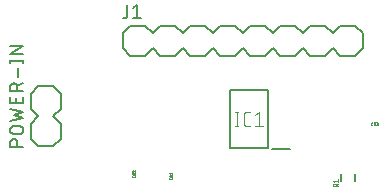
<source format=gto>
G04 EAGLE Gerber RS-274X export*
G75*
%MOMM*%
%FSLAX34Y34*%
%LPD*%
%AMOC8*
5,1,8,0,0,1.08239X$1,22.5*%
G01*
%ADD10C,0.025400*%
%ADD11C,0.101600*%
%ADD12C,0.200000*%
%ADD13C,0.203200*%
%ADD14C,0.127000*%
%ADD15C,0.152400*%


D10*
X178413Y804123D02*
X178413Y803615D01*
X178411Y803571D01*
X178405Y803527D01*
X178396Y803484D01*
X178382Y803441D01*
X178365Y803400D01*
X178345Y803361D01*
X178321Y803324D01*
X178294Y803288D01*
X178264Y803256D01*
X178232Y803226D01*
X178196Y803199D01*
X178159Y803175D01*
X178120Y803155D01*
X178079Y803138D01*
X178036Y803124D01*
X177993Y803115D01*
X177949Y803109D01*
X177905Y803107D01*
X176635Y803107D01*
X176591Y803109D01*
X176547Y803115D01*
X176504Y803124D01*
X176461Y803138D01*
X176420Y803155D01*
X176381Y803175D01*
X176344Y803199D01*
X176308Y803226D01*
X176276Y803256D01*
X176246Y803288D01*
X176219Y803324D01*
X176195Y803361D01*
X176175Y803400D01*
X176158Y803441D01*
X176144Y803484D01*
X176135Y803527D01*
X176129Y803571D01*
X176127Y803615D01*
X176127Y804123D01*
X177778Y805019D02*
X177729Y805021D01*
X177681Y805026D01*
X177633Y805036D01*
X177586Y805049D01*
X177541Y805065D01*
X177496Y805085D01*
X177454Y805108D01*
X177413Y805135D01*
X177374Y805164D01*
X177338Y805196D01*
X177304Y805232D01*
X177273Y805269D01*
X177245Y805309D01*
X177220Y805351D01*
X177199Y805394D01*
X177180Y805439D01*
X177166Y805486D01*
X177155Y805533D01*
X177147Y805581D01*
X177143Y805630D01*
X177143Y805678D01*
X177147Y805727D01*
X177155Y805775D01*
X177166Y805822D01*
X177180Y805869D01*
X177199Y805914D01*
X177220Y805957D01*
X177245Y805999D01*
X177273Y806039D01*
X177304Y806076D01*
X177338Y806112D01*
X177374Y806144D01*
X177413Y806173D01*
X177454Y806200D01*
X177496Y806223D01*
X177541Y806243D01*
X177586Y806259D01*
X177633Y806272D01*
X177681Y806282D01*
X177729Y806287D01*
X177778Y806289D01*
X177827Y806287D01*
X177875Y806282D01*
X177923Y806272D01*
X177970Y806259D01*
X178015Y806243D01*
X178060Y806223D01*
X178102Y806200D01*
X178143Y806173D01*
X178182Y806144D01*
X178218Y806112D01*
X178252Y806076D01*
X178283Y806039D01*
X178311Y805999D01*
X178336Y805957D01*
X178357Y805914D01*
X178376Y805869D01*
X178390Y805822D01*
X178401Y805775D01*
X178409Y805727D01*
X178413Y805678D01*
X178413Y805630D01*
X178409Y805581D01*
X178401Y805533D01*
X178390Y805486D01*
X178376Y805439D01*
X178357Y805394D01*
X178336Y805351D01*
X178311Y805309D01*
X178283Y805269D01*
X178252Y805232D01*
X178218Y805196D01*
X178182Y805164D01*
X178143Y805135D01*
X178102Y805108D01*
X178060Y805085D01*
X178015Y805065D01*
X177970Y805049D01*
X177923Y805036D01*
X177875Y805026D01*
X177827Y805021D01*
X177778Y805019D01*
X176635Y805146D02*
X176591Y805148D01*
X176547Y805154D01*
X176504Y805163D01*
X176461Y805177D01*
X176420Y805194D01*
X176381Y805214D01*
X176344Y805238D01*
X176308Y805265D01*
X176276Y805295D01*
X176246Y805327D01*
X176219Y805363D01*
X176195Y805400D01*
X176175Y805439D01*
X176158Y805480D01*
X176144Y805523D01*
X176135Y805566D01*
X176129Y805610D01*
X176127Y805654D01*
X176129Y805698D01*
X176135Y805742D01*
X176144Y805785D01*
X176158Y805828D01*
X176175Y805869D01*
X176195Y805908D01*
X176219Y805945D01*
X176246Y805981D01*
X176276Y806013D01*
X176308Y806043D01*
X176344Y806070D01*
X176381Y806094D01*
X176420Y806114D01*
X176461Y806131D01*
X176504Y806145D01*
X176547Y806154D01*
X176591Y806160D01*
X176635Y806162D01*
X176679Y806160D01*
X176723Y806154D01*
X176766Y806145D01*
X176809Y806131D01*
X176850Y806114D01*
X176889Y806094D01*
X176926Y806070D01*
X176962Y806043D01*
X176994Y806013D01*
X177024Y805981D01*
X177051Y805945D01*
X177075Y805908D01*
X177095Y805869D01*
X177112Y805828D01*
X177126Y805785D01*
X177135Y805742D01*
X177141Y805698D01*
X177143Y805654D01*
X177141Y805610D01*
X177135Y805566D01*
X177126Y805523D01*
X177112Y805480D01*
X177095Y805439D01*
X177075Y805400D01*
X177051Y805363D01*
X177024Y805327D01*
X176994Y805295D01*
X176962Y805265D01*
X176926Y805238D01*
X176889Y805214D01*
X176850Y805194D01*
X176809Y805177D01*
X176766Y805163D01*
X176723Y805154D01*
X176679Y805148D01*
X176635Y805146D01*
X176635Y807305D02*
X176127Y807940D01*
X178413Y807940D01*
X178413Y807305D02*
X178413Y808575D01*
X146970Y805845D02*
X146970Y805337D01*
X146968Y805293D01*
X146962Y805249D01*
X146953Y805206D01*
X146939Y805163D01*
X146922Y805122D01*
X146902Y805083D01*
X146878Y805046D01*
X146851Y805010D01*
X146821Y804978D01*
X146789Y804948D01*
X146753Y804921D01*
X146716Y804897D01*
X146677Y804877D01*
X146636Y804860D01*
X146593Y804846D01*
X146550Y804837D01*
X146506Y804831D01*
X146462Y804829D01*
X145192Y804829D01*
X145148Y804831D01*
X145104Y804837D01*
X145061Y804846D01*
X145018Y804860D01*
X144977Y804877D01*
X144938Y804897D01*
X144901Y804921D01*
X144865Y804948D01*
X144833Y804978D01*
X144803Y805010D01*
X144776Y805046D01*
X144752Y805083D01*
X144732Y805122D01*
X144715Y805163D01*
X144701Y805206D01*
X144692Y805249D01*
X144686Y805293D01*
X144684Y805337D01*
X144684Y805845D01*
X146335Y806741D02*
X146286Y806743D01*
X146238Y806748D01*
X146190Y806758D01*
X146143Y806771D01*
X146098Y806787D01*
X146053Y806807D01*
X146011Y806830D01*
X145970Y806857D01*
X145931Y806886D01*
X145895Y806918D01*
X145861Y806954D01*
X145830Y806991D01*
X145802Y807031D01*
X145777Y807073D01*
X145756Y807116D01*
X145737Y807161D01*
X145723Y807208D01*
X145712Y807255D01*
X145704Y807303D01*
X145700Y807352D01*
X145700Y807400D01*
X145704Y807449D01*
X145712Y807497D01*
X145723Y807544D01*
X145737Y807591D01*
X145756Y807636D01*
X145777Y807679D01*
X145802Y807721D01*
X145830Y807761D01*
X145861Y807798D01*
X145895Y807834D01*
X145931Y807866D01*
X145970Y807895D01*
X146011Y807922D01*
X146053Y807945D01*
X146098Y807965D01*
X146143Y807981D01*
X146190Y807994D01*
X146238Y808004D01*
X146286Y808009D01*
X146335Y808011D01*
X146384Y808009D01*
X146432Y808004D01*
X146480Y807994D01*
X146527Y807981D01*
X146572Y807965D01*
X146617Y807945D01*
X146659Y807922D01*
X146700Y807895D01*
X146739Y807866D01*
X146775Y807834D01*
X146809Y807798D01*
X146840Y807761D01*
X146868Y807721D01*
X146893Y807679D01*
X146914Y807636D01*
X146933Y807591D01*
X146947Y807544D01*
X146958Y807497D01*
X146966Y807449D01*
X146970Y807400D01*
X146970Y807352D01*
X146966Y807303D01*
X146958Y807255D01*
X146947Y807208D01*
X146933Y807161D01*
X146914Y807116D01*
X146893Y807073D01*
X146868Y807031D01*
X146840Y806991D01*
X146809Y806954D01*
X146775Y806918D01*
X146739Y806886D01*
X146700Y806857D01*
X146659Y806830D01*
X146617Y806807D01*
X146572Y806787D01*
X146527Y806771D01*
X146480Y806758D01*
X146432Y806748D01*
X146384Y806743D01*
X146335Y806741D01*
X145192Y806868D02*
X145148Y806870D01*
X145104Y806876D01*
X145061Y806885D01*
X145018Y806899D01*
X144977Y806916D01*
X144938Y806936D01*
X144901Y806960D01*
X144865Y806987D01*
X144833Y807017D01*
X144803Y807049D01*
X144776Y807085D01*
X144752Y807122D01*
X144732Y807161D01*
X144715Y807202D01*
X144701Y807245D01*
X144692Y807288D01*
X144686Y807332D01*
X144684Y807376D01*
X144686Y807420D01*
X144692Y807464D01*
X144701Y807507D01*
X144715Y807550D01*
X144732Y807591D01*
X144752Y807630D01*
X144776Y807667D01*
X144803Y807703D01*
X144833Y807735D01*
X144865Y807765D01*
X144901Y807792D01*
X144938Y807816D01*
X144977Y807836D01*
X145018Y807853D01*
X145061Y807867D01*
X145104Y807876D01*
X145148Y807882D01*
X145192Y807884D01*
X145236Y807882D01*
X145280Y807876D01*
X145323Y807867D01*
X145366Y807853D01*
X145407Y807836D01*
X145446Y807816D01*
X145483Y807792D01*
X145519Y807765D01*
X145551Y807735D01*
X145581Y807703D01*
X145608Y807667D01*
X145632Y807630D01*
X145652Y807591D01*
X145669Y807550D01*
X145683Y807507D01*
X145692Y807464D01*
X145698Y807420D01*
X145700Y807376D01*
X145698Y807332D01*
X145692Y807288D01*
X145683Y807245D01*
X145669Y807202D01*
X145652Y807161D01*
X145632Y807122D01*
X145608Y807085D01*
X145581Y807049D01*
X145551Y807017D01*
X145519Y806987D01*
X145483Y806960D01*
X145446Y806936D01*
X145407Y806916D01*
X145366Y806899D01*
X145323Y806885D01*
X145280Y806876D01*
X145236Y806870D01*
X145192Y806868D01*
X144683Y809726D02*
X144685Y809771D01*
X144690Y809815D01*
X144699Y809860D01*
X144711Y809903D01*
X144727Y809945D01*
X144745Y809986D01*
X144767Y810025D01*
X144792Y810062D01*
X144820Y810097D01*
X144851Y810130D01*
X144884Y810161D01*
X144919Y810189D01*
X144956Y810214D01*
X144995Y810236D01*
X145036Y810254D01*
X145078Y810270D01*
X145121Y810282D01*
X145166Y810291D01*
X145210Y810296D01*
X145255Y810298D01*
X144684Y809726D02*
X144686Y809675D01*
X144691Y809624D01*
X144700Y809573D01*
X144712Y809524D01*
X144728Y809475D01*
X144748Y809427D01*
X144770Y809381D01*
X144796Y809337D01*
X144824Y809294D01*
X144856Y809254D01*
X144890Y809216D01*
X144927Y809180D01*
X144967Y809147D01*
X145008Y809117D01*
X145052Y809090D01*
X145097Y809066D01*
X145144Y809045D01*
X145192Y809028D01*
X145700Y810106D02*
X145667Y810138D01*
X145633Y810167D01*
X145596Y810194D01*
X145558Y810217D01*
X145517Y810238D01*
X145476Y810256D01*
X145433Y810271D01*
X145390Y810282D01*
X145345Y810290D01*
X145300Y810295D01*
X145255Y810297D01*
X145700Y810107D02*
X146970Y809027D01*
X146970Y810297D01*
X347524Y848716D02*
X348032Y848716D01*
X347524Y848716D02*
X347480Y848718D01*
X347436Y848724D01*
X347393Y848733D01*
X347350Y848747D01*
X347309Y848764D01*
X347270Y848784D01*
X347233Y848808D01*
X347197Y848835D01*
X347165Y848865D01*
X347135Y848897D01*
X347108Y848933D01*
X347084Y848970D01*
X347064Y849009D01*
X347047Y849050D01*
X347033Y849093D01*
X347024Y849136D01*
X347018Y849180D01*
X347016Y849224D01*
X347016Y850494D01*
X347018Y850538D01*
X347024Y850582D01*
X347033Y850625D01*
X347047Y850668D01*
X347064Y850709D01*
X347084Y850748D01*
X347108Y850785D01*
X347135Y850821D01*
X347165Y850853D01*
X347197Y850883D01*
X347233Y850910D01*
X347270Y850934D01*
X347309Y850954D01*
X347350Y850971D01*
X347393Y850985D01*
X347436Y850994D01*
X347480Y851000D01*
X347524Y851002D01*
X348032Y851002D01*
X348928Y849351D02*
X348930Y849400D01*
X348935Y849448D01*
X348945Y849496D01*
X348958Y849543D01*
X348974Y849588D01*
X348994Y849633D01*
X349017Y849675D01*
X349044Y849716D01*
X349073Y849755D01*
X349105Y849791D01*
X349141Y849825D01*
X349178Y849856D01*
X349218Y849884D01*
X349260Y849909D01*
X349303Y849930D01*
X349348Y849949D01*
X349395Y849963D01*
X349442Y849974D01*
X349490Y849982D01*
X349539Y849986D01*
X349587Y849986D01*
X349636Y849982D01*
X349684Y849974D01*
X349731Y849963D01*
X349778Y849949D01*
X349823Y849930D01*
X349866Y849909D01*
X349908Y849884D01*
X349948Y849856D01*
X349985Y849825D01*
X350021Y849791D01*
X350053Y849755D01*
X350082Y849716D01*
X350109Y849675D01*
X350132Y849633D01*
X350152Y849588D01*
X350168Y849543D01*
X350181Y849496D01*
X350191Y849448D01*
X350196Y849400D01*
X350198Y849351D01*
X350196Y849302D01*
X350191Y849254D01*
X350181Y849206D01*
X350168Y849159D01*
X350152Y849114D01*
X350132Y849069D01*
X350109Y849027D01*
X350082Y848986D01*
X350053Y848947D01*
X350021Y848911D01*
X349985Y848877D01*
X349948Y848846D01*
X349908Y848818D01*
X349866Y848793D01*
X349823Y848772D01*
X349778Y848753D01*
X349731Y848739D01*
X349684Y848728D01*
X349636Y848720D01*
X349587Y848716D01*
X349539Y848716D01*
X349490Y848720D01*
X349442Y848728D01*
X349395Y848739D01*
X349348Y848753D01*
X349303Y848772D01*
X349260Y848793D01*
X349218Y848818D01*
X349178Y848846D01*
X349141Y848877D01*
X349105Y848911D01*
X349073Y848947D01*
X349044Y848986D01*
X349017Y849027D01*
X348994Y849069D01*
X348974Y849114D01*
X348958Y849159D01*
X348945Y849206D01*
X348935Y849254D01*
X348930Y849302D01*
X348928Y849351D01*
X349055Y850494D02*
X349057Y850538D01*
X349063Y850582D01*
X349072Y850625D01*
X349086Y850668D01*
X349103Y850709D01*
X349123Y850748D01*
X349147Y850785D01*
X349174Y850821D01*
X349204Y850853D01*
X349236Y850883D01*
X349272Y850910D01*
X349309Y850934D01*
X349348Y850954D01*
X349389Y850971D01*
X349432Y850985D01*
X349475Y850994D01*
X349519Y851000D01*
X349563Y851002D01*
X349607Y851000D01*
X349651Y850994D01*
X349694Y850985D01*
X349737Y850971D01*
X349778Y850954D01*
X349817Y850934D01*
X349854Y850910D01*
X349890Y850883D01*
X349922Y850853D01*
X349952Y850821D01*
X349979Y850785D01*
X350003Y850748D01*
X350023Y850709D01*
X350040Y850668D01*
X350054Y850625D01*
X350063Y850582D01*
X350069Y850538D01*
X350071Y850494D01*
X350069Y850450D01*
X350063Y850406D01*
X350054Y850363D01*
X350040Y850320D01*
X350023Y850279D01*
X350003Y850240D01*
X349979Y850203D01*
X349952Y850167D01*
X349922Y850135D01*
X349890Y850105D01*
X349854Y850078D01*
X349817Y850054D01*
X349778Y850034D01*
X349737Y850017D01*
X349694Y850003D01*
X349651Y849994D01*
X349607Y849988D01*
X349563Y849986D01*
X349519Y849988D01*
X349475Y849994D01*
X349432Y850003D01*
X349389Y850017D01*
X349348Y850034D01*
X349309Y850054D01*
X349272Y850078D01*
X349236Y850105D01*
X349204Y850135D01*
X349174Y850167D01*
X349147Y850203D01*
X349123Y850240D01*
X349103Y850279D01*
X349086Y850320D01*
X349072Y850363D01*
X349063Y850406D01*
X349057Y850450D01*
X349055Y850494D01*
X351214Y848716D02*
X351849Y848716D01*
X351898Y848718D01*
X351946Y848723D01*
X351994Y848733D01*
X352041Y848746D01*
X352086Y848762D01*
X352131Y848782D01*
X352173Y848805D01*
X352214Y848832D01*
X352253Y848861D01*
X352289Y848893D01*
X352323Y848929D01*
X352354Y848966D01*
X352382Y849006D01*
X352407Y849048D01*
X352428Y849091D01*
X352447Y849136D01*
X352461Y849183D01*
X352472Y849230D01*
X352480Y849278D01*
X352484Y849327D01*
X352484Y849375D01*
X352480Y849424D01*
X352472Y849472D01*
X352461Y849519D01*
X352447Y849566D01*
X352428Y849611D01*
X352407Y849654D01*
X352382Y849696D01*
X352354Y849736D01*
X352323Y849773D01*
X352289Y849809D01*
X352253Y849841D01*
X352214Y849870D01*
X352173Y849897D01*
X352131Y849920D01*
X352086Y849940D01*
X352041Y849956D01*
X351994Y849969D01*
X351946Y849979D01*
X351898Y849984D01*
X351849Y849986D01*
X351976Y851002D02*
X351214Y851002D01*
X351976Y851002D02*
X352020Y851000D01*
X352064Y850994D01*
X352107Y850985D01*
X352150Y850971D01*
X352191Y850954D01*
X352230Y850934D01*
X352267Y850910D01*
X352303Y850883D01*
X352335Y850853D01*
X352365Y850821D01*
X352392Y850785D01*
X352416Y850748D01*
X352436Y850709D01*
X352453Y850668D01*
X352467Y850625D01*
X352476Y850582D01*
X352482Y850538D01*
X352484Y850494D01*
X352482Y850450D01*
X352476Y850406D01*
X352467Y850363D01*
X352453Y850320D01*
X352436Y850279D01*
X352416Y850240D01*
X352392Y850203D01*
X352365Y850167D01*
X352335Y850135D01*
X352303Y850105D01*
X352267Y850078D01*
X352230Y850054D01*
X352191Y850034D01*
X352150Y850017D01*
X352107Y850003D01*
X352064Y849994D01*
X352020Y849988D01*
X351976Y849986D01*
X351468Y849986D01*
D11*
X233192Y848084D02*
X233192Y859768D01*
X231894Y848084D02*
X234490Y848084D01*
X234490Y859768D02*
X231894Y859768D01*
X241654Y848084D02*
X244250Y848084D01*
X241654Y848085D02*
X241555Y848087D01*
X241455Y848093D01*
X241356Y848102D01*
X241258Y848115D01*
X241160Y848132D01*
X241062Y848153D01*
X240966Y848178D01*
X240871Y848206D01*
X240777Y848238D01*
X240684Y848273D01*
X240592Y848312D01*
X240502Y848355D01*
X240414Y848400D01*
X240327Y848450D01*
X240243Y848502D01*
X240160Y848558D01*
X240080Y848616D01*
X240002Y848678D01*
X239927Y848743D01*
X239854Y848811D01*
X239784Y848881D01*
X239716Y848954D01*
X239651Y849029D01*
X239589Y849107D01*
X239531Y849187D01*
X239475Y849270D01*
X239423Y849354D01*
X239373Y849441D01*
X239328Y849529D01*
X239285Y849619D01*
X239246Y849711D01*
X239211Y849804D01*
X239179Y849898D01*
X239151Y849993D01*
X239126Y850089D01*
X239105Y850187D01*
X239088Y850285D01*
X239075Y850383D01*
X239066Y850482D01*
X239060Y850582D01*
X239058Y850681D01*
X239057Y850681D02*
X239057Y857172D01*
X239058Y857172D02*
X239060Y857271D01*
X239066Y857371D01*
X239075Y857470D01*
X239088Y857568D01*
X239105Y857666D01*
X239126Y857764D01*
X239151Y857860D01*
X239179Y857955D01*
X239211Y858049D01*
X239246Y858142D01*
X239285Y858234D01*
X239328Y858324D01*
X239373Y858412D01*
X239423Y858499D01*
X239475Y858583D01*
X239531Y858666D01*
X239589Y858746D01*
X239651Y858824D01*
X239716Y858899D01*
X239784Y858972D01*
X239854Y859042D01*
X239927Y859110D01*
X240002Y859175D01*
X240080Y859237D01*
X240160Y859295D01*
X240243Y859351D01*
X240327Y859403D01*
X240414Y859453D01*
X240502Y859498D01*
X240592Y859541D01*
X240684Y859580D01*
X240776Y859615D01*
X240871Y859647D01*
X240966Y859675D01*
X241062Y859700D01*
X241160Y859721D01*
X241258Y859738D01*
X241356Y859751D01*
X241455Y859760D01*
X241555Y859766D01*
X241654Y859768D01*
X244250Y859768D01*
X248615Y857172D02*
X251861Y859768D01*
X251861Y848084D01*
X248615Y848084D02*
X255107Y848084D01*
D12*
X259500Y829306D02*
X227500Y829306D01*
X227500Y878546D01*
X259500Y878546D01*
X259500Y829306D01*
X263000Y828126D02*
X278250Y828126D01*
D13*
X295313Y932790D02*
X308013Y932790D01*
X314363Y926440D01*
X314363Y913740D02*
X308013Y907390D01*
X269913Y932790D02*
X263563Y926440D01*
X269913Y932790D02*
X282613Y932790D01*
X288963Y926440D01*
X288963Y913740D02*
X282613Y907390D01*
X269913Y907390D01*
X263563Y913740D01*
X288963Y926440D02*
X295313Y932790D01*
X288963Y913740D02*
X295313Y907390D01*
X308013Y907390D01*
X231813Y932790D02*
X219113Y932790D01*
X231813Y932790D02*
X238163Y926440D01*
X238163Y913740D02*
X231813Y907390D01*
X238163Y926440D02*
X244513Y932790D01*
X257213Y932790D01*
X263563Y926440D01*
X263563Y913740D02*
X257213Y907390D01*
X244513Y907390D01*
X238163Y913740D01*
X193713Y932790D02*
X187363Y926440D01*
X193713Y932790D02*
X206413Y932790D01*
X212763Y926440D01*
X212763Y913740D02*
X206413Y907390D01*
X193713Y907390D01*
X187363Y913740D01*
X212763Y926440D02*
X219113Y932790D01*
X212763Y913740D02*
X219113Y907390D01*
X231813Y907390D01*
X155613Y932790D02*
X142913Y932790D01*
X155613Y932790D02*
X161963Y926440D01*
X161963Y913740D02*
X155613Y907390D01*
X161963Y926440D02*
X168313Y932790D01*
X181013Y932790D01*
X187363Y926440D01*
X187363Y913740D02*
X181013Y907390D01*
X168313Y907390D01*
X161963Y913740D01*
X136563Y913740D02*
X136563Y926440D01*
X142913Y932790D01*
X136563Y913740D02*
X142913Y907390D01*
X155613Y907390D01*
X320713Y932790D02*
X333413Y932790D01*
X339763Y926440D01*
X339763Y913740D01*
X333413Y907390D01*
X314363Y926440D02*
X320713Y932790D01*
X314363Y913740D02*
X320713Y907390D01*
X333413Y907390D01*
D14*
X140246Y941553D02*
X140246Y950443D01*
X140246Y941553D02*
X140244Y941453D01*
X140238Y941354D01*
X140228Y941254D01*
X140215Y941156D01*
X140197Y941057D01*
X140176Y940960D01*
X140151Y940864D01*
X140122Y940768D01*
X140089Y940674D01*
X140053Y940581D01*
X140013Y940490D01*
X139969Y940400D01*
X139922Y940312D01*
X139872Y940226D01*
X139818Y940142D01*
X139761Y940060D01*
X139701Y939981D01*
X139637Y939903D01*
X139571Y939829D01*
X139502Y939757D01*
X139430Y939688D01*
X139356Y939622D01*
X139278Y939558D01*
X139199Y939498D01*
X139117Y939441D01*
X139033Y939387D01*
X138947Y939337D01*
X138859Y939290D01*
X138769Y939246D01*
X138678Y939206D01*
X138585Y939170D01*
X138491Y939137D01*
X138395Y939108D01*
X138299Y939083D01*
X138202Y939062D01*
X138103Y939044D01*
X138005Y939031D01*
X137905Y939021D01*
X137806Y939015D01*
X137706Y939013D01*
X136436Y939013D01*
X145655Y947903D02*
X148830Y950443D01*
X148830Y939013D01*
X145655Y939013D02*
X152005Y939013D01*
D13*
X58753Y849746D02*
X58753Y837046D01*
X58753Y849746D02*
X65103Y856096D01*
X77803Y856096D02*
X84153Y849746D01*
X65103Y856096D02*
X58753Y862446D01*
X58753Y875146D01*
X65103Y881496D01*
X77803Y881496D02*
X84153Y875146D01*
X84153Y862446D01*
X77803Y856096D01*
X77803Y830696D02*
X65103Y830696D01*
X58753Y837046D01*
X77803Y830696D02*
X84153Y837046D01*
X84153Y849746D01*
X77803Y881496D02*
X65103Y881496D01*
D14*
X52530Y830569D02*
X41100Y830569D01*
X41100Y833744D01*
X41102Y833855D01*
X41108Y833965D01*
X41117Y834076D01*
X41131Y834186D01*
X41148Y834295D01*
X41169Y834404D01*
X41194Y834512D01*
X41223Y834619D01*
X41255Y834725D01*
X41291Y834830D01*
X41331Y834933D01*
X41374Y835035D01*
X41421Y835136D01*
X41472Y835235D01*
X41525Y835332D01*
X41582Y835426D01*
X41643Y835519D01*
X41706Y835610D01*
X41773Y835699D01*
X41843Y835785D01*
X41916Y835868D01*
X41991Y835950D01*
X42069Y836028D01*
X42151Y836103D01*
X42234Y836176D01*
X42320Y836246D01*
X42409Y836313D01*
X42500Y836376D01*
X42593Y836437D01*
X42687Y836494D01*
X42784Y836547D01*
X42883Y836598D01*
X42984Y836645D01*
X43086Y836688D01*
X43189Y836728D01*
X43294Y836764D01*
X43400Y836796D01*
X43507Y836825D01*
X43615Y836850D01*
X43724Y836871D01*
X43833Y836888D01*
X43943Y836902D01*
X44054Y836911D01*
X44164Y836917D01*
X44275Y836919D01*
X44386Y836917D01*
X44496Y836911D01*
X44607Y836902D01*
X44717Y836888D01*
X44826Y836871D01*
X44935Y836850D01*
X45043Y836825D01*
X45150Y836796D01*
X45256Y836764D01*
X45361Y836728D01*
X45464Y836688D01*
X45566Y836645D01*
X45667Y836598D01*
X45766Y836547D01*
X45863Y836494D01*
X45957Y836437D01*
X46050Y836376D01*
X46141Y836313D01*
X46230Y836246D01*
X46316Y836176D01*
X46399Y836103D01*
X46481Y836028D01*
X46559Y835950D01*
X46634Y835868D01*
X46707Y835785D01*
X46777Y835699D01*
X46844Y835610D01*
X46907Y835519D01*
X46968Y835426D01*
X47025Y835332D01*
X47078Y835235D01*
X47129Y835136D01*
X47176Y835035D01*
X47219Y834933D01*
X47259Y834830D01*
X47295Y834725D01*
X47327Y834619D01*
X47356Y834512D01*
X47381Y834404D01*
X47402Y834295D01*
X47419Y834186D01*
X47433Y834076D01*
X47442Y833965D01*
X47448Y833855D01*
X47450Y833744D01*
X47450Y830569D01*
X49355Y841427D02*
X44275Y841427D01*
X44164Y841429D01*
X44054Y841435D01*
X43943Y841444D01*
X43833Y841458D01*
X43724Y841475D01*
X43615Y841496D01*
X43507Y841521D01*
X43400Y841550D01*
X43294Y841582D01*
X43189Y841618D01*
X43086Y841658D01*
X42984Y841701D01*
X42883Y841748D01*
X42784Y841799D01*
X42688Y841852D01*
X42593Y841909D01*
X42500Y841970D01*
X42409Y842033D01*
X42320Y842100D01*
X42234Y842170D01*
X42151Y842243D01*
X42069Y842318D01*
X41991Y842396D01*
X41916Y842478D01*
X41843Y842561D01*
X41773Y842647D01*
X41706Y842736D01*
X41643Y842827D01*
X41582Y842920D01*
X41525Y843015D01*
X41472Y843111D01*
X41421Y843210D01*
X41374Y843311D01*
X41331Y843413D01*
X41291Y843516D01*
X41255Y843621D01*
X41223Y843727D01*
X41194Y843834D01*
X41169Y843942D01*
X41148Y844051D01*
X41131Y844160D01*
X41117Y844270D01*
X41108Y844381D01*
X41102Y844491D01*
X41100Y844602D01*
X41102Y844713D01*
X41108Y844823D01*
X41117Y844934D01*
X41131Y845044D01*
X41148Y845153D01*
X41169Y845262D01*
X41194Y845370D01*
X41223Y845477D01*
X41255Y845583D01*
X41291Y845688D01*
X41331Y845791D01*
X41374Y845893D01*
X41421Y845994D01*
X41472Y846093D01*
X41525Y846190D01*
X41582Y846284D01*
X41643Y846377D01*
X41706Y846468D01*
X41773Y846557D01*
X41843Y846643D01*
X41916Y846726D01*
X41991Y846808D01*
X42069Y846886D01*
X42151Y846961D01*
X42234Y847034D01*
X42320Y847104D01*
X42409Y847171D01*
X42500Y847234D01*
X42593Y847295D01*
X42688Y847352D01*
X42784Y847405D01*
X42883Y847456D01*
X42984Y847503D01*
X43086Y847546D01*
X43189Y847586D01*
X43294Y847622D01*
X43400Y847654D01*
X43507Y847683D01*
X43615Y847708D01*
X43724Y847729D01*
X43833Y847746D01*
X43943Y847760D01*
X44054Y847769D01*
X44164Y847775D01*
X44275Y847777D01*
X49355Y847777D01*
X49466Y847775D01*
X49576Y847769D01*
X49687Y847760D01*
X49797Y847746D01*
X49906Y847729D01*
X50015Y847708D01*
X50123Y847683D01*
X50230Y847654D01*
X50336Y847622D01*
X50441Y847586D01*
X50544Y847546D01*
X50646Y847503D01*
X50747Y847456D01*
X50846Y847405D01*
X50943Y847352D01*
X51037Y847295D01*
X51130Y847234D01*
X51221Y847171D01*
X51310Y847104D01*
X51396Y847034D01*
X51479Y846961D01*
X51561Y846886D01*
X51639Y846808D01*
X51714Y846726D01*
X51787Y846643D01*
X51857Y846557D01*
X51924Y846468D01*
X51987Y846377D01*
X52048Y846284D01*
X52105Y846189D01*
X52158Y846093D01*
X52209Y845994D01*
X52256Y845893D01*
X52299Y845791D01*
X52339Y845688D01*
X52375Y845583D01*
X52407Y845477D01*
X52436Y845370D01*
X52461Y845262D01*
X52482Y845153D01*
X52499Y845044D01*
X52513Y844934D01*
X52522Y844823D01*
X52528Y844713D01*
X52530Y844602D01*
X52528Y844491D01*
X52522Y844381D01*
X52513Y844270D01*
X52499Y844160D01*
X52482Y844051D01*
X52461Y843942D01*
X52436Y843834D01*
X52407Y843727D01*
X52375Y843621D01*
X52339Y843516D01*
X52299Y843413D01*
X52256Y843311D01*
X52209Y843210D01*
X52158Y843111D01*
X52105Y843015D01*
X52048Y842920D01*
X51987Y842827D01*
X51924Y842736D01*
X51857Y842647D01*
X51787Y842561D01*
X51714Y842478D01*
X51639Y842396D01*
X51561Y842318D01*
X51479Y842243D01*
X51396Y842170D01*
X51310Y842100D01*
X51221Y842033D01*
X51130Y841970D01*
X51037Y841909D01*
X50942Y841852D01*
X50846Y841799D01*
X50747Y841748D01*
X50646Y841701D01*
X50544Y841658D01*
X50441Y841618D01*
X50336Y841582D01*
X50230Y841550D01*
X50123Y841521D01*
X50015Y841496D01*
X49906Y841475D01*
X49797Y841458D01*
X49687Y841444D01*
X49576Y841435D01*
X49466Y841429D01*
X49355Y841427D01*
X41100Y852476D02*
X52530Y855016D01*
X44910Y857556D01*
X52530Y860096D01*
X41100Y862636D01*
X52530Y867742D02*
X52530Y872822D01*
X52530Y867742D02*
X41100Y867742D01*
X41100Y872822D01*
X46180Y871552D02*
X46180Y867742D01*
X41100Y877705D02*
X52530Y877705D01*
X41100Y877705D02*
X41100Y880880D01*
X41102Y880991D01*
X41108Y881101D01*
X41117Y881212D01*
X41131Y881322D01*
X41148Y881431D01*
X41169Y881540D01*
X41194Y881648D01*
X41223Y881755D01*
X41255Y881861D01*
X41291Y881966D01*
X41331Y882069D01*
X41374Y882171D01*
X41421Y882272D01*
X41472Y882371D01*
X41525Y882468D01*
X41582Y882562D01*
X41643Y882655D01*
X41706Y882746D01*
X41773Y882835D01*
X41843Y882921D01*
X41916Y883004D01*
X41991Y883086D01*
X42069Y883164D01*
X42151Y883239D01*
X42234Y883312D01*
X42320Y883382D01*
X42409Y883449D01*
X42500Y883512D01*
X42593Y883573D01*
X42687Y883630D01*
X42784Y883683D01*
X42883Y883734D01*
X42984Y883781D01*
X43086Y883824D01*
X43189Y883864D01*
X43294Y883900D01*
X43400Y883932D01*
X43507Y883961D01*
X43615Y883986D01*
X43724Y884007D01*
X43833Y884024D01*
X43943Y884038D01*
X44054Y884047D01*
X44164Y884053D01*
X44275Y884055D01*
X44386Y884053D01*
X44496Y884047D01*
X44607Y884038D01*
X44717Y884024D01*
X44826Y884007D01*
X44935Y883986D01*
X45043Y883961D01*
X45150Y883932D01*
X45256Y883900D01*
X45361Y883864D01*
X45464Y883824D01*
X45566Y883781D01*
X45667Y883734D01*
X45766Y883683D01*
X45863Y883630D01*
X45957Y883573D01*
X46050Y883512D01*
X46141Y883449D01*
X46230Y883382D01*
X46316Y883312D01*
X46399Y883239D01*
X46481Y883164D01*
X46559Y883086D01*
X46634Y883004D01*
X46707Y882921D01*
X46777Y882835D01*
X46844Y882746D01*
X46907Y882655D01*
X46968Y882562D01*
X47025Y882468D01*
X47078Y882371D01*
X47129Y882272D01*
X47176Y882171D01*
X47219Y882069D01*
X47259Y881966D01*
X47295Y881861D01*
X47327Y881755D01*
X47356Y881648D01*
X47381Y881540D01*
X47402Y881431D01*
X47419Y881322D01*
X47433Y881212D01*
X47442Y881101D01*
X47448Y880991D01*
X47450Y880880D01*
X47450Y877705D01*
X47450Y881515D02*
X52530Y884055D01*
X48085Y889179D02*
X48085Y896799D01*
X52530Y902895D02*
X41100Y902895D01*
X52530Y901625D02*
X52530Y904165D01*
X41100Y904165D02*
X41100Y901625D01*
X41100Y909245D02*
X52530Y909245D01*
X52530Y915595D02*
X41100Y909245D01*
X41100Y915595D02*
X52530Y915595D01*
D15*
X321016Y807397D02*
X321016Y801397D01*
X333016Y801397D02*
X333016Y807397D01*
D10*
X318634Y796904D02*
X314824Y796904D01*
X314824Y797963D01*
X314825Y797963D02*
X314827Y798027D01*
X314833Y798091D01*
X314842Y798154D01*
X314856Y798216D01*
X314873Y798278D01*
X314894Y798338D01*
X314918Y798397D01*
X314946Y798455D01*
X314978Y798510D01*
X315012Y798564D01*
X315050Y798615D01*
X315091Y798665D01*
X315135Y798711D01*
X315181Y798755D01*
X315231Y798796D01*
X315282Y798834D01*
X315336Y798868D01*
X315391Y798900D01*
X315449Y798928D01*
X315508Y798952D01*
X315568Y798973D01*
X315630Y798990D01*
X315692Y799004D01*
X315755Y799013D01*
X315819Y799019D01*
X315883Y799021D01*
X315947Y799019D01*
X316011Y799013D01*
X316074Y799004D01*
X316136Y798990D01*
X316198Y798973D01*
X316258Y798952D01*
X316317Y798928D01*
X316375Y798900D01*
X316430Y798868D01*
X316484Y798834D01*
X316535Y798796D01*
X316585Y798755D01*
X316631Y798711D01*
X316675Y798665D01*
X316716Y798615D01*
X316754Y798564D01*
X316788Y798510D01*
X316820Y798455D01*
X316848Y798397D01*
X316872Y798338D01*
X316893Y798278D01*
X316910Y798216D01*
X316924Y798154D01*
X316933Y798091D01*
X316939Y798027D01*
X316941Y797963D01*
X316941Y796904D01*
X316941Y798174D02*
X318634Y799021D01*
X315671Y800541D02*
X314824Y801599D01*
X318634Y801599D01*
X318634Y800541D02*
X318634Y802658D01*
M02*

</source>
